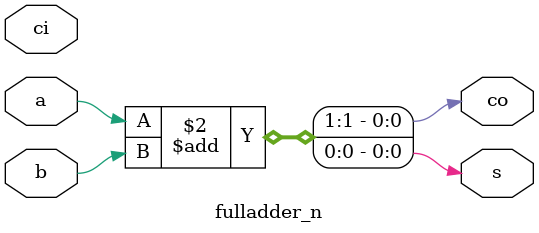
<source format=v>
module fulladder_n(a,b,s,ci,co);
parameter n=1;
input [n-1:0]a;
input [n-1:0]b;
output [n-1:0]s;
input ci;
output co;
reg [n-1:0]s;
reg co;
always @(*)
begin
    {co,s}=a+b;
end
endmodule
</source>
